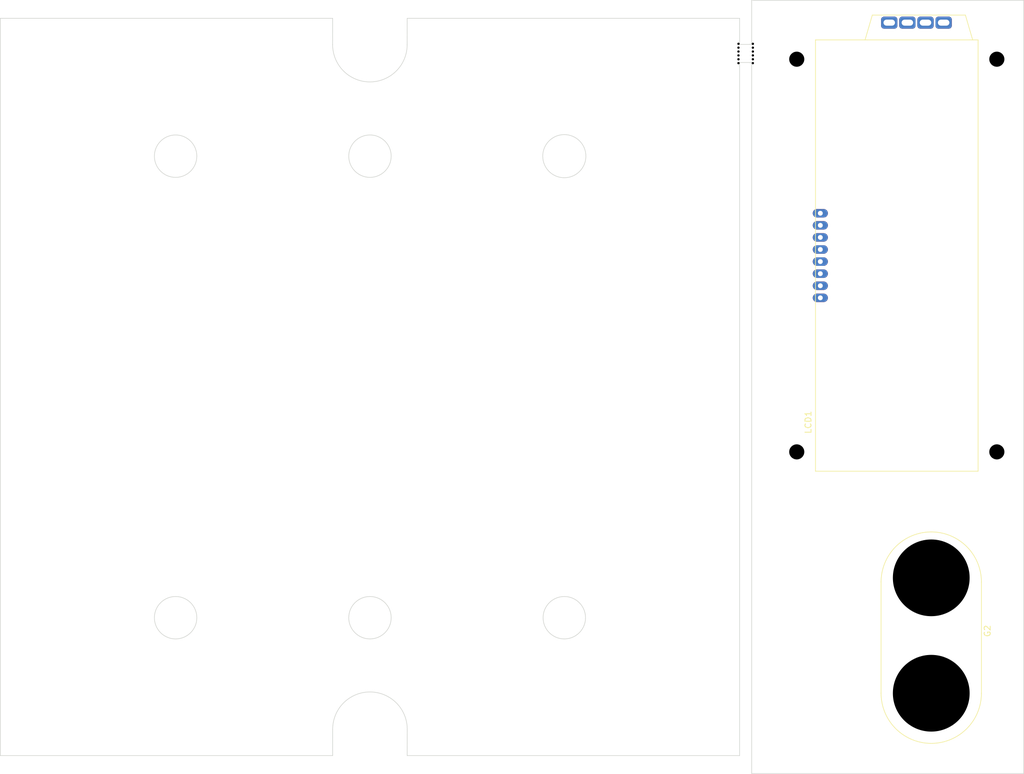
<source format=kicad_pcb>
(kicad_pcb (version 20211014) (generator pcbnew)
  (layers (0 "F.Cu" signal) (31 "B.Cu" signal) (34 "B.Paste" user) (35 "F.Paste" user) (36 "B.SilkS" user "B.Silkscreen") (37 "F.SilkS" user "F.Silkscreen") (38 "B.Mask" user) (39 "F.Mask" user) (44 "Edge.Cuts" user))
  (net 0 "")
  (net 1 "/Interface/DISPLAY_RST")
  (net 2 "/Interface/DISPLAY_SCL")
  (net 3 "/Interface/DISPLAY_SDA")
  (net 4 "GND")
  (net 5 "+3V3")
  (net 6 "/Interface/DISPLAY_VOUT")
  (net 7 "/Interface/DISPLAY_C1+")
  (net 8 "/Interface/DISPLAY_C1-")
  (footprint "master-vampire:MOUSEBITE_3mm_MechApp" (layer "F.Cu") (at 170.49 33.2 180)
    (fp_text reference "REF**" hide)
    (fp_text value "MOUSEBITE_3mm_MechApp" hide)
    (pad "" np_thru_hole circle (at 0 1.92 180) (size 0.38 0.38) (drill 0.38) (layers *.Mask))
    (pad "" np_thru_hole circle (at 0 0.64 180) (size 0.38 0.38) (drill 0.38) (layers *.Mask))
    (pad "" np_thru_hole circle (at 0 2.56 180) (size 0.38 0.38) (drill 0.38) (layers *.Mask))
    (pad "" np_thru_hole circle (at 0 1.28 180) (size 0.38 0.38) (drill 0.38) (layers *.Mask))
    (pad "" np_thru_hole circle (at 0 0 180) (size 0.38 0.38) (drill 0.38) (layers *.Mask))
    (pad "" np_thru_hole circle (at 0 3.2 180) (size 0.38 0.38) (drill 0.38) (layers *.Mask))
  )
  (footprint "master-vampire:NHD-C0220BiZ-FSRGB-FBW-3VM" (layer "F.Cu") (at 181.65 72.05 90)
    (fp_text reference "LCD1" (at -20.6 -2 90 unlocked) (layer "F.SilkS"))
    (fp_text value "LCD_NHD-C0220BIZ-FSRGB-FBW-3VM")
    (fp_line (start -28.7 -0.8) (end -28.7 26.1) (layer "F.SilkS") (width 0.12))
    (fp_line (start 42.7 26.1) (end 42.7 -0.8) (layer "F.SilkS") (width 0.12))
    (fp_line (start -28.7 26.1) (end 42.7 26.1) (layer "F.SilkS") (width 0.12))
    (fp_line (start 42.7 -0.8) (end -28.7 -0.8) (layer "F.SilkS") (width 0.12))
    (fp_line (start 42.7 25.2) (end 46.8 24) (layer "F.SilkS") (width 0.12))
    (fp_line (start 46.8 24) (end 46.8 8.6) (layer "F.SilkS") (width 0.12))
    (fp_line (start 46.8 8.6) (end 42.7 7.4) (layer "F.SilkS") (width 0.12))
    (pad "" np_thru_hole circle (at -25.5 29.2 90) (size 2.5 2.5) (drill 2.5) (layers *.Mask))
    (pad "" np_thru_hole circle (at 39.5 -3.9 90) (size 2.5 2.5) (drill 2.5) (layers *.Mask))
    (pad "" np_thru_hole circle (at 39.5 29.2 90) (size 2.5 2.5) (drill 2.5) (layers *.Mask))
    (pad "" np_thru_hole circle (at -25.5 -3.9 90) (size 2.5 2.5) (drill 2.5) (layers *.Mask))
    (pad "1" thru_hole oval (at 0 0 90) (size 1.4 2.5) (drill 0.8) (layers *.Cu *.Mask) (net 1 "/Interface/DISPLAY_RST"))
    (pad "2" thru_hole oval (at 2 0 90) (size 1.4 2.5) (drill 0.8) (layers *.Cu *.Mask) (net 2 "/Interface/DISPLAY_SCL"))
    (pad "3" thru_hole oval (at 4 0 90) (size 1.4 2.5) (drill 0.8) (layers *.Cu *.Mask) (net 3 "/Interface/DISPLAY_SDA"))
    (pad "4" thru_hole oval (at 6 0 90) (size 1.4 2.5) (drill 0.8) (layers *.Cu *.Mask) (net 4 "GND"))
    (pad "5" thru_hole oval (at 8 0 90) (size 1.4 2.5) (drill 0.8) (layers *.Cu *.Mask) (net 5 "+3V3"))
    (pad "6" thru_hole oval (at 10 0 90) (size 1.4 2.5) (drill 0.8) (layers *.Cu *.Mask) (net 6 "/Interface/DISPLAY_VOUT"))
    (pad "7" thru_hole oval (at 12 0 90) (size 1.4 2.5) (drill 0.8) (layers *.Cu *.Mask) (net 7 "/Interface/DISPLAY_C1+"))
    (pad "8" thru_hole oval (at 14 0 90) (size 1.4 2.5) (drill 0.8) (layers *.Cu *.Mask) (net 8 "/Interface/DISPLAY_C1-"))
    (pad "A" thru_hole roundrect (at 45.55 11.4 90) (size 2 2.7) (drill oval 1 1.9) (layers *.Cu *.Mask))
    (pad "BK" thru_hole roundrect (at 45.55 14.4 90) (size 2 2.7) (drill oval 1 1.9) (layers *.Cu *.Mask))
    (pad "GK" thru_hole roundrect (at 45.55 17.4 90) (size 2 2.7) (drill oval 1 1.9) (layers *.Cu *.Mask))
    (pad "RK" thru_hole roundrect (at 45.55 20.4 90) (size 2 2.7) (drill oval 1 1.9) (layers *.Cu *.Mask))
  )
  (footprint "master-vampire:H_BindingPost-Dual" (layer "F.Cu") (at 200 137.5 90)
    (fp_text reference "G2" (at 10.3 9.3 90 unlocked) (layer "F.SilkS"))
    (fp_text value "G")
    (fp_line (start 18.4 8.3) (end 0 8.3) (layer "F.SilkS") (width 0.12))
    (fp_line (start 18.4 -8.3) (end 0 -8.3) (layer "F.SilkS") (width 0.12))
    (fp_arc (start 18.4 -8.3) (mid 26.7 0) (end 18.4 8.3) (layer "F.SilkS") (width 0.12))
    (fp_arc (start 0 8.3) (mid -8.3 0) (end 0 -8.3) (layer "F.SilkS") (width 0.12))
    (pad "" np_thru_hole circle (at 0 0 90) (size 12.7 12.7) (drill 12.7) (layers *.Mask))
    (pad "" np_thru_hole circle (at 19.1 0 90) (size 12.7 12.7) (drill 12.7) (layers *.Mask))
  )
  (footprint "master-vampire:MOUSEBITE_3mm_MechApp" (layer "F.Cu") (at 168.11 30)
    (fp_text reference "REF**" hide)
    (fp_text value "MOUSEBITE_3mm_MechApp" hide)
    (pad "" np_thru_hole circle (at 0 1.28) (size 0.38 0.38) (drill 0.38) (layers *.Mask))
    (pad "" np_thru_hole circle (at 0 3.2) (size 0.38 0.38) (drill 0.38) (layers *.Mask))
    (pad "" np_thru_hole circle (at 0 1.92) (size 0.38 0.38) (drill 0.38) (layers *.Mask))
    (pad "" np_thru_hole circle (at 0 2.56) (size 0.38 0.38) (drill 0.38) (layers *.Mask))
    (pad "" np_thru_hole circle (at 0 0) (size 0.38 0.38) (drill 0.38) (layers *.Mask))
    (pad "" np_thru_hole circle (at 0 0.64) (size 0.38 0.38) (drill 0.38) (layers *.Mask))
  )
  (gr_arc (start 100.985 143.455) (mid 107.15 137.29) (end 113.315 143.455) (layer "Edge.Cuts") (width 0.1))
  (gr_line (start 46 147.82) (end 46 25.78) (layer "Edge.Cuts") (width 0.1))
  (gr_line (start 100.98 25.78) (end 46 25.78) (layer "Edge.Cuts") (width 0.1))
  (gr_line (start 100.98 25.78) (end 100.975 30.145) (layer "Edge.Cuts") (width 0.1))
  (gr_circle (center 75 48.6) (end 78.51 48.6) (layer "Edge.Cuts") (width 0.1) (fill none))
  (gr_circle (center 107.15 48.6) (end 110.66 48.6) (layer "Edge.Cuts") (width 0.1) (fill none))
  (gr_line (start 168.3 147.82) (end 113.31 147.82) (layer "Edge.Cuts") (width 0.1))
  (gr_line (start 168.3 33.1) (end 170.3 33.1) (layer "Edge.Cuts") (width 0.1))
  (gr_line (start 170.3 150.8) (end 215.3 150.8) (layer "Edge.Cuts") (width 0.1))
  (gr_line (start 170.3 150.8) (end 170.3 33.1) (layer "Edge.Cuts") (width 0.1))
  (gr_line (start 215.3 22.8) (end 215.3 150.8) (layer "Edge.Cuts") (width 0.1))
  (gr_line (start 113.31 25.78) (end 113.305 30.145) (layer "Edge.Cuts") (width 0.1))
  (gr_line (start 100.98 147.82) (end 46 147.82) (layer "Edge.Cuts") (width 0.1))
  (gr_line (start 168.3 25.78) (end 168.3 30.1) (layer "Edge.Cuts") (width 0.1))
  (gr_line (start 168.3 30.1) (end 170.3 30.1) (layer "Edge.Cuts") (width 0.1))
  (gr_arc (start 113.305 30.145) (mid 107.14 36.31) (end 100.975 30.145) (layer "Edge.Cuts") (width 0.1))
  (gr_line (start 113.31 25.78) (end 168.3 25.78) (layer "Edge.Cuts") (width 0.1))
  (gr_line (start 170.3 30.1) (end 170.3 22.8) (layer "Edge.Cuts") (width 0.1))
  (gr_circle (center 75 125) (end 78.51 125) (layer "Edge.Cuts") (width 0.1) (fill none))
  (gr_line (start 168.3 33.1) (end 168.3 147.82) (layer "Edge.Cuts") (width 0.1))
  (gr_circle (center 107.15 125) (end 110.66 125) (layer "Edge.Cuts") (width 0.1) (fill none))
  (gr_circle (center 139.3 48.6) (end 142.87 48.6) (layer "Edge.Cuts") (width 0.1) (fill none))
  (gr_line (start 170.3 22.8) (end 215.3 22.8) (layer "Edge.Cuts") (width 0.1))
  (gr_line (start 100.98 147.82) (end 100.985 143.455) (layer "Edge.Cuts") (width 0.1))
  (gr_line (start 113.31 147.82) (end 113.315 143.455) (layer "Edge.Cuts") (width 0.1))
  (gr_circle (center 139.3 125) (end 142.81 125) (layer "Edge.Cuts") (width 0.1) (fill none))
)
</source>
